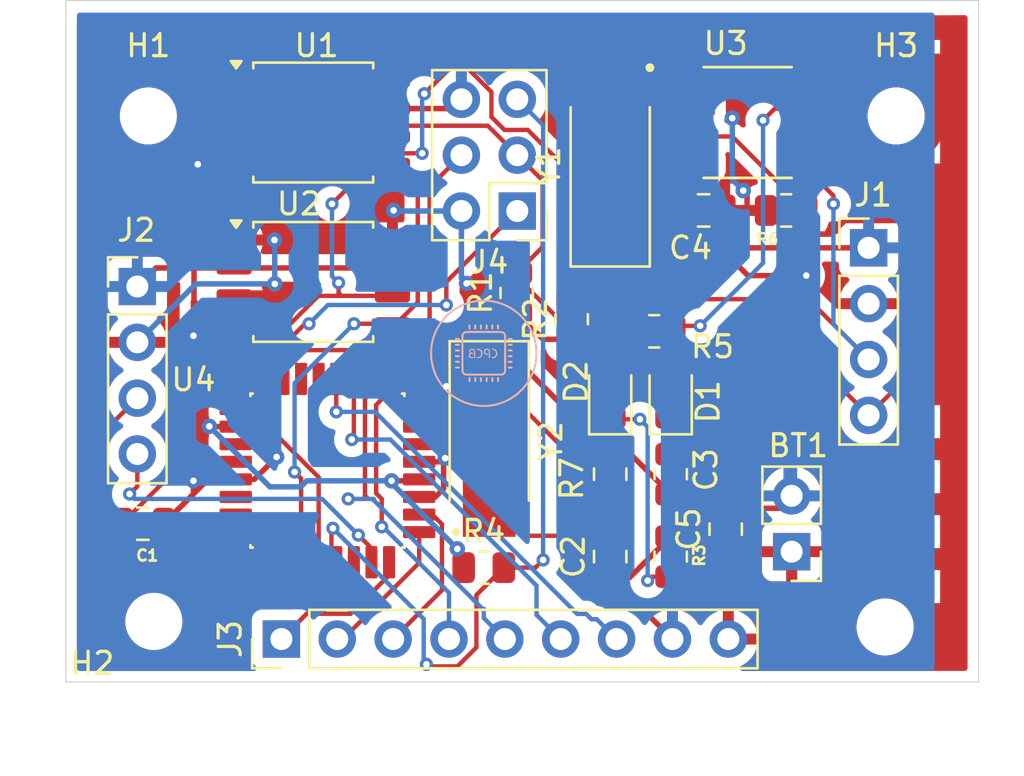
<source format=kicad_pcb>
(kicad_pcb (version 20240108) (generator "pcbnew") (generator_version "8.0")
  (title_block (title "${project_name}") (date "2025-03-13") (rev "1.0") (comment 1 "2 layer"))
  (layers (0 "F.Cu" mixed) (31 "B.Cu" mixed) (34 "B.Paste" user) (35 "F.Paste" user) (36 "B.SilkS" user "B.Silkscreen") (37 "F.SilkS" user "F.Silkscreen") (38 "B.Mask" user) (39 "F.Mask" user) (44 "Edge.Cuts" user))
  (property "project_name" "MCU_datalogger with memory and clock")
  (net 0 "")
  (net 1 "Net-(U4-AREF)")
  (net 2 "GND")
  (net 3 "Net-(U4-PB6)")
  (net 4 "Net-(U4-PB7)")
  (net 5 "/VCC")
  (net 6 "/SCK")
  (net 7 "Net-(D1-K)")
  (net 8 "Net-(D2-K)")
  (net 9 "/SDA")
  (net 10 "/TX")
  (net 11 "/RX")
  (net 12 "/D8")
  (net 13 "/D6")
  (net 14 "/D3")
  (net 15 "/D4")
  (net 16 "/D5")
  (net 17 "/D2")
  (net 18 "/D7")
  (net 19 "/MOSI")
  (net 20 "/MISO")
  (net 21 "/RESET")
  (net 22 "Net-(U3-SQW{slash}~INT)")
  (net 23 "Net-(U3-~{INTA})")
  (net 24 "Net-(U3-X2)")
  (net 25 "Net-(U3-X1)")
  (footprint "Capacitor_SMD:C_0805_2012Metric" (layer "F.Cu") (at 53.5 26.5 180)
    (property "Reference" "C4" (at 0.6 -1.7 0) (layer "F.SilkS"))
    (property "Value" "0.1uF")
    (pad "1" smd roundrect (at -0.95 0 180) (size 1 1.45) (layers "F.Cu" "F.Paste" "F.Mask") (net 5 "/VCC"))
    (pad "2" smd roundrect (at 0.95 0 180) (size 1 1.45) (layers "F.Cu" "F.Paste" "F.Mask") (net 2 "GND"))
  )
  (footprint "Connector_PinHeader_2.54mm:PinHeader_1x09_P2.54mm_Vertical" (layer "F.Cu") (at 34.3 46 90)
    (property "Reference" "J3" (at 0 -2.33 90) (layer "F.SilkS"))
    (property "Value" "Conn_01x09_Pin")
    (pad "1" thru_hole rect (at 0 0 90) (size 1.7 1.7) (drill 1) (layers "*.Cu" "*.Mask") (net 17 "/D2"))
    (pad "2" thru_hole oval (at 0 2.54 90) (size 1.7 1.7) (drill 1) (layers "*.Cu" "*.Mask") (net 14 "/D3"))
    (pad "3" thru_hole oval (at 0 5.08 90) (size 1.7 1.7) (drill 1) (layers "*.Cu" "*.Mask") (net 15 "/D4"))
    (pad "4" thru_hole oval (at 0 7.62 90) (size 1.7 1.7) (drill 1) (layers "*.Cu" "*.Mask") (net 16 "/D5"))
    (pad "5" thru_hole oval (at 0 10.16 90) (size 1.7 1.7) (drill 1) (layers "*.Cu" "*.Mask") (net 13 "/D6"))
    (pad "6" thru_hole oval (at 0 12.7 90) (size 1.7 1.7) (drill 1) (layers "*.Cu" "*.Mask") (net 18 "/D7"))
    (pad "7" thru_hole oval (at 0 15.24 90) (size 1.7 1.7) (drill 1) (layers "*.Cu" "*.Mask") (net 12 "/D8"))
    (pad "8" thru_hole oval (at 0 17.78 90) (size 1.7 1.7) (drill 1) (layers "*.Cu" "*.Mask") (net 2 "GND"))
    (pad "9" thru_hole oval (at 0 20.32 90) (size 1.7 1.7) (drill 1) (layers "*.Cu" "*.Mask") (net 5 "/VCC"))
  )
  (footprint "Resistor_SMD:R_0805_2012Metric" (layer "F.Cu") (at 45 30.25 90)
    (property "Reference" "R1" (at 0 -1.65 90) (layer "F.SilkS"))
    (property "Value" "4.7k")
    (pad "1" smd roundrect (at -0.9125 0 90) (size 1.025 1.4) (layers "F.Cu" "F.Paste" "F.Mask") (roundrect_rratio 0.243902) (net 5 "/VCC"))
    (pad "2" smd roundrect (at 0.9125 0 90) (size 1.025 1.4) (layers "F.Cu" "F.Paste" "F.Mask") (roundrect_rratio 0.243902) (net 6 "/SCK"))
  )
  (footprint "Capacitor_SMD:C_0805_2012Metric" (layer "F.Cu") (at 54.5 41 90)
    (property "Reference" "C5" (at 0 -1.68 90) (layer "F.SilkS"))
    (property "Value" "100nF")
    (pad "1" smd roundrect (at -0.95 0 90) (size 1 1.45) (layers "F.Cu" "F.Paste" "F.Mask") (net 5 "/VCC"))
    (pad "2" smd roundrect (at 0.95 0 90) (size 1 1.45) (layers "F.Cu" "F.Paste" "F.Mask") (net 2 "GND"))
  )
  (footprint "Resistor_SMD:R_0805_2012Metric" (layer "F.Cu") (at 57.25 26.5)
    (property "Reference" "R6" (at -0.85 1.3 0) (layer "F.SilkS") (effects (font (size 0.5 0.5) (thickness 0.1) (bold yes))))
    (property "Value" "10K")
    (pad "1" smd roundrect (at -0.9125 0) (size 1.025 1.4) (layers "F.Cu" "F.Paste" "F.Mask") (roundrect_rratio 0.243902) (net 5 "/VCC"))
    (pad "2" smd roundrect (at 0.9125 0) (size 1.025 1.4) (layers "F.Cu" "F.Paste" "F.Mask") (roundrect_rratio 0.243902) (net 23 "Net-(U3-~{INTA})"))
  )
  (footprint "DS1337S_T_R:SOIC127P600X175-8N" (layer "F.Cu") (at 55.5 22.5)
    (property "Reference" "U3" (at -1 -3.6 0) (layer "F.SilkS"))
    (property "Value" "DS1337S_T_R")
    (pad "1" smd roundrect (at -2.475 -1.905) (size 1.97 0.59) (layers "F.Cu" "F.Paste" "F.Mask") (roundrect_rratio 0.125) (net 25 "Net-(U3-X1)"))
    (pad "2" smd roundrect (at -2.475 -0.635) (size 1.97 0.59) (layers "F.Cu" "F.Paste" "F.Mask") (roundrect_rratio 0.125) (net 24 "Net-(U3-X2)"))
    (pad "3" smd roundrect (at -2.475 0.635) (size 1.97 0.59) (layers "F.Cu" "F.Paste" "F.Mask") (roundrect_rratio 0.125) (net 23 "Net-(U3-~{INTA})"))
    (pad "4" smd roundrect (at -2.475 1.905) (size 1.97 0.59) (layers "F.Cu" "F.Paste" "F.Mask") (roundrect_rratio 0.125) (net 2 "GND"))
    (pad "5" smd roundrect (at 2.475 1.905) (size 1.97 0.59) (layers "F.Cu" "F.Paste" "F.Mask") (roundrect_rratio 0.125) (net 9 "/SDA"))
    (pad "6" smd roundrect (at 2.475 0.635) (size 1.97 0.59) (layers "F.Cu" "F.Paste" "F.Mask") (roundrect_rratio 0.125) (net 6 "/SCK"))
    (pad "7" smd roundrect (at 2.475 -0.635) (size 1.97 0.59) (layers "F.Cu" "F.Paste" "F.Mask") (roundrect_rratio 0.125) (net 22 "Net-(U3-SQW{slash}~INT)"))
    (pad "8" smd roundrect (at 2.475 -1.905) (size 1.97 0.59) (layers "F.Cu" "F.Paste" "F.Mask") (roundrect_rratio 0.125) (net 5 "/VCC"))
  )
  (footprint "LED_SMD:LED_0805_2012Metric" (layer "F.Cu") (at 49.25 35 90)
    (property "Reference" "D2" (at 0.7 -1.55 90) (layer "F.SilkS"))
    (property "Value" "LED")
    (pad "1" smd roundrect (at -0.9375 0 90) (size 0.975 1.4) (layers "F.Cu" "F.Paste" "F.Mask") (net 8 "Net-(D2-K)"))
    (pad "2" smd roundrect (at 0.9375 0 90) (size 0.975 1.4) (layers "F.Cu" "F.Paste" "F.Mask") (net 5 "/VCC"))
  )
  (footprint "Connector_PinHeader_2.54mm:PinHeader_2x03_P2.54mm_Vertical" (layer "F.Cu") (at 45.025 26.525 180)
    (property "Reference" "J4" (at 1.27 -2.33 0) (layer "F.SilkS"))
    (property "Value" "Conn_02x03_Odd_Even")
    (pad "1" thru_hole rect (at 0 0 180) (size 1.7 1.7) (drill 1) (layers "*.Cu" "*.Mask") (net 20 "/MISO"))
    (pad "2" thru_hole oval (at 2.54 0 180) (size 1.7 1.7) (drill 1) (layers "*.Cu" "*.Mask") (net 5 "/VCC"))
    (pad "3" thru_hole oval (at 0 2.54 180) (size 1.7 1.7) (drill 1) (layers "*.Cu" "*.Mask") (net 6 "/SCK"))
    (pad "4" thru_hole oval (at 2.54 2.54 180) (size 1.7 1.7) (drill 1) (layers "*.Cu" "*.Mask") (net 19 "/MOSI"))
    (pad "5" thru_hole oval (at 0 5.08 180) (size 1.7 1.7) (drill 1) (layers "*.Cu" "*.Mask") (net 21 "/RESET"))
    (pad "6" thru_hole oval (at 2.54 5.08 180) (size 1.7 1.7) (drill 1) (layers "*.Cu" "*.Mask") (net 2 "GND"))
  )
  (footprint "MountingHole:MountingHole_2.1mm" (layer "F.Cu") (at 62.25 22.2)
    (property "Reference" "H3" (at 0 -3.2 0) (layer "F.SilkS"))
    (property "Value" "MountingHole")
    (pad "" np_thru_hole circle (at 0 0) (size 2.1 2.1) (drill 2.1) (layers "*.Cu" "*.Mask"))
  )
  (footprint "MountingHole:MountingHole_2.1mm" (layer "F.Cu") (at 28.5 45.2)
    (property "Reference" "H2" (at -2.8 1.9 0) (layer "F.SilkS"))
    (property "Value" "MountingHole")
    (pad "" np_thru_hole circle (at 0 0) (size 2.1 2.1) (drill 2.1) (layers "*.Cu" "*.Mask"))
  )
  (footprint "Package_SO:SOIC-8_5.23x5.23mm_P1.27mm" (layer "F.Cu") (at 35.75 29.75)
    (property "Reference" "U2" (at -0.65 -3.55 0) (layer "F.SilkS"))
    (property "Value" "24LC1025")
    (pad "1" smd roundrect (at -3.6 -1.905) (size 1.6 0.6) (layers "F.Cu" "F.Paste" "F.Mask") (net 5 "/VCC"))
    (pad "2" smd roundrect (at -3.6 -0.635) (size 1.6 0.6) (layers "F.Cu" "F.Paste" "F.Mask") (net 2 "GND"))
    (pad "3" smd roundrect (at -3.6 0.635) (size 1.6 0.6) (layers "F.Cu" "F.Paste" "F.Mask") (net 5 "/VCC"))
    (pad "4" smd roundrect (at -3.6 1.905) (size 1.6 0.6) (layers "F.Cu" "F.Paste" "F.Mask") (net 2 "GND"))
    (pad "5" smd roundrect (at 3.6 1.905) (size 1.6 0.6) (layers "F.Cu" "F.Paste" "F.Mask") (net 9 "/SDA"))
    (pad "6" smd roundrect (at 3.6 0.635) (size 1.6 0.6) (layers "F.Cu" "F.Paste" "F.Mask") (net 6 "/SCK"))
    (pad "7" smd roundrect (at 3.6 -0.635) (size 1.6 0.6) (layers "F.Cu" "F.Paste" "F.Mask") (net 2 "GND"))
    (pad "8" smd roundrect (at 3.6 -1.905) (size 1.6 0.6) (layers "F.Cu" "F.Paste" "F.Mask") (net 5 "/VCC"))
  )
  (footprint "Resistor_SMD:R_0805_2012Metric" (layer "F.Cu") (at 52 38.5 90)
    (property "Reference" "R7" (at -0.2 -4.5 90) (layer "F.SilkS"))
    (property "Value" "330")
    (pad "1" smd roundrect (at -0.9125 0 90) (size 1.025 1.4) (layers "F.Cu" "F.Paste" "F.Mask") (roundrect_rratio 0.243902) (net 2 "GND"))
    (pad "2" smd roundrect (at 0.9125 0 90) (size 1.025 1.4) (layers "F.Cu" "F.Paste" "F.Mask") (roundrect_rratio 0.243902) (net 7 "Net-(D1-K)"))
  )
  (footprint "Resistor_SMD:R_0805_2012Metric" (layer "F.Cu") (at 43.5 42.75)
    (property "Reference" "R4" (at 0 -1.65 0) (layer "F.SilkS"))
    (property "Value" "10K")
    (pad "1" smd roundrect (at -0.9125 0) (size 1.025 1.4) (layers "F.Cu" "F.Paste" "F.Mask") (roundrect_rratio 0.243902) (net 5 "/VCC"))
    (pad "2" smd roundrect (at 0.9125 0) (size 1.025 1.4) (layers "F.Cu" "F.Paste" "F.Mask") (roundrect_rratio 0.243902) (net 21 "/RESET"))
  )
  (footprint "ATMEGA328P-AU:QFP80P900X900X120-32N" (layer "F.Cu") (at 36.395 38.335 180)
    (property "Reference" "U4" (at 6.095 4.135 0) (layer "F.SilkS"))
    (property "Value" "ATMEGA328P-AU")
    (pad "1" smd roundrect (at -4.17 -2.8 180) (size 1.47 0.55) (layers "F.Cu" "F.Paste" "F.Mask") (roundrect_rratio 0.125) (net 14 "/D3"))
    (pad "2" smd roundrect (at -4.17 -2 180) (size 1.47 0.55) (layers "F.Cu" "F.Paste" "F.Mask") (roundrect_rratio 0.125) (net 15 "/D4"))
    (pad "3" smd roundrect (at -4.17 -1.2 180) (size 1.47 0.55) (layers "F.Cu" "F.Paste" "F.Mask") (roundrect_rratio 0.125) (net 2 "GND"))
    (pad "4" smd roundrect (at -4.17 -0.4 180) (size 1.47 0.55) (layers "F.Cu" "F.Paste" "F.Mask") (roundrect_rratio 0.125) (net 5 "/VCC"))
    (pad "5" smd roundrect (at -4.17 0.4 180) (size 1.47 0.55) (layers "F.Cu" "F.Paste" "F.Mask") (roundrect_rratio 0.125) (net 2 "GND"))
    (pad "6" smd roundrect (at -4.17 1.2 180) (size 1.47 0.55) (layers "F.Cu" "F.Paste" "F.Mask") (roundrect_rratio 0.125))
    (pad "7" smd roundrect (at -4.17 2 180) (size 1.47 0.55) (layers "F.Cu" "F.Paste" "F.Mask") (roundrect_rratio 0.125) (net 3 "Net-(U4-PB6)"))
    (pad "8" smd roundrect (at -4.17 2.8 180) (size 1.47 0.55) (layers "F.Cu" "F.Paste" "F.Mask") (roundrect_rratio 0.125) (net 4 "Net-(U4-PB7)"))
    (pad "9" smd roundrect (at -2.8 4.17 180) (size 0.55 1.47) (layers "F.Cu" "F.Paste" "F.Mask") (roundrect_rratio 0.125) (net 16 "/D5"))
    (pad "10" smd roundrect (at -2 4.17 180) (size 0.55 1.47) (layers "F.Cu" "F.Paste" "F.Mask") (roundrect_rratio 0.125) (net 13 "/D6"))
    (pad "11" smd roundrect (at -1.2 4.17 180) (size 0.55 1.47) (layers "F.Cu" "F.Paste" "F.Mask") (roundrect_rratio 0.125) (net 18 "/D7"))
    (pad "12" smd roundrect (at -0.4 4.17 180) (size 0.55 1.47) (layers "F.Cu" "F.Paste" "F.Mask") (roundrect_rratio 0.125) (net 12 "/D8"))
    (pad "13" smd roundrect (at 0.4 4.17 180) (size 0.55 1.47) (layers "F.Cu" "F.Paste" "F.Mask") (roundrect_rratio 0.125))
    (pad "14" smd roundrect (at 1.2 4.17 180) (size 0.55 1.47) (layers "F.Cu" "F.Paste" "F.Mask") (roundrect_rratio 0.125))
    (pad "15" smd roundrect (at 2 4.17 180) (size 0.55 1.47) (layers "F.Cu" "F.Paste" "F.Mask") (roundrect_rratio 0.125) (net 19 "/MOSI"))
    (pad "16" smd roundrect (at 2.8 4.17 180) (size 0.55 1.47) (layers "F.Cu" "F.Paste" "F.Mask") (roundrect_rratio 0.125) (net 20 "/MISO"))
    (pad "17" smd roundrect (at 4.17 2.8 180) (size 1.47 0.55) (layers "F.Cu" "F.Paste" "F.Mask") (roundrect_rratio 0.125) (net 6 "/SCK"))
    (pad "18" smd roundrect (at 4.17 2 180) (size 1.47 0.55) (layers "F.Cu" "F.Paste" "F.Mask") (roundrect_rratio 0.125) (net 5 "/VCC"))
    (pad "19" smd roundrect (at 4.17 1.2 180) (size 1.47 0.55) (layers "F.Cu" "F.Paste" "F.Mask") (roundrect_rratio 0.125))
    (pad "20" smd roundrect (at 4.17 0.4 180) (size 1.47 0.55) (layers "F.Cu" "F.Paste" "F.Mask") (roundrect_rratio 0.125) (net 1 "Net-(U4-AREF)"))
    (pad "21" smd roundrect (at 4.17 -0.4 180) (size 1.47 0.55) (layers "F.Cu" "F.Paste" "F.Mask") (roundrect_rratio 0.125) (net 2 "GND"))
    (pad "22" smd roundrect (at 4.17 -1.2 180) (size 1.47 0.55) (layers "F.Cu" "F.Paste" "F.Mask") (roundrect_rratio 0.125))
    (pad "23" smd roundrect (at 4.17 -2 180) (size 1.47 0.55) (layers "F.Cu" "F.Paste" "F.Mask") (roundrect_rratio 0.125))
    (pad "24" smd roundrect (at 4.17 -2.8 180) (size 1.47 0.55) (layers "F.Cu" "F.Paste" "F.Mask") (roundrect_rratio 0.125))
    (pad "25" smd roundrect (at 2.8 -4.17 180) (size 0.55 1.47) (layers "F.Cu" "F.Paste" "F.Mask") (roundrect_rratio 0.125))
    (pad "26" smd roundrect (at 2 -4.17 180) (size 0.55 1.47) (layers "F.Cu" "F.Paste" "F.Mask") (roundrect_rratio 0.125))
    (pad "27" smd roundrect (at 1.2 -4.17 180) (size 0.55 1.47) (layers "F.Cu" "F.Paste" "F.Mask") (roundrect_rratio 0.125) (net 9 "/SDA"))
    (pad "28" smd roundrect (at 0.4 -4.17 180) (size 0.55 1.47) (layers "F.Cu" "F.Paste" "F.Mask") (roundrect_rratio 0.125) (net 6 "/SCK"))
    (pad "29" smd roundrect (at -0.4 -4.17 180) (size 0.55 1.47) (layers "F.Cu" "F.Paste" "F.Mask") (roundrect_rratio 0.125) (net 21 "/RESET"))
    (pad "30" smd roundrect (at -1.2 -4.17 180) (size 0.55 1.47) (layers "F.Cu" "F.Paste" "F.Mask") (roundrect_rratio 0.125) (net 11 "/RX"))
    (pad "31" smd roundrect (at -2 -4.17 180) (size 0.55 1.47) (layers "F.Cu" "F.Paste" "F.Mask") (roundrect_rratio 0.125) (net 10 "/TX"))
    (pad "32" smd roundrect (at -2.8 -4.17 180) (size 0.55 1.47) (layers "F.Cu" "F.Paste" "F.Mask") (roundrect_rratio 0.125) (net 17 "/D2"))
  )
  (footprint "Connector_PinHeader_2.54mm:PinHeader_1x02_P2.54mm_Vertical" (layer "F.Cu") (at 57.5 42.025 180)
    (property "Reference" "BT1" (at -0.3 4.825 0) (layer "F.SilkS"))
    (property "Value" "Battery")
    (pad "1" thru_hole rect (at 0 0 180) (size 1.7 1.7) (drill 1) (layers "*.Cu" "*.Mask") (net 5 "/VCC"))
    (pad "2" thru_hole oval (at 0 2.54 180) (size 1.7 1.7) (drill 1) (layers "*.Cu" "*.Mask") (net 2 "GND"))
  )
  (footprint "Connector_PinHeader_2.54mm:PinHeader_1x04_P2.54mm_Vertical" (layer "F.Cu") (at 61 28.2)
    (property "Reference" "J1" (at 0.2 -2.4 0) (layer "F.SilkS"))
    (property "Value" "Conn_01x04_Pin")
    (pad "1" thru_hole rect (at 0 0) (size 1.7 1.7) (drill 1) (layers "*.Cu" "*.Mask") (net 2 "GND"))
    (pad "2" thru_hole oval (at 0 2.54) (size 1.7 1.7) (drill 1) (layers "*.Cu" "*.Mask") (net 5 "/VCC"))
    (pad "3" thru_hole oval (at 0 5.08) (size 1.7 1.7) (drill 1) (layers "*.Cu" "*.Mask") (net 9 "/SDA"))
    (pad "4" thru_hole oval (at 0 7.62) (size 1.7 1.7) (drill 1) (layers "*.Cu" "*.Mask") (net 6 "/SCK"))
  )
  (footprint "Crystal:Crystal_SMD_5032-2Pin_5.0x3.2mm_HandSoldering" (layer "F.Cu") (at 49.25 24.5 90)
    (property "Reference" "Y1" (at 0 -2.8 90) (layer "F.SilkS"))
    (property "Value" "32.768 kHz")
    (pad "1" smd rect (at -2.6 0 90) (size 3.5 2.4) (layers "F.Cu" "F.Paste" "F.Mask") (net 24 "Net-(U3-X2)"))
    (pad "2" smd rect (at 2.6 0 90) (size 3.5 2.4) (layers "F.Cu" "F.Paste" "F.Mask") (net 25 "Net-(U3-X1)"))
  )
  (footprint "Capacitor_SMD:C_0805_2012Metric" (layer "F.Cu") (at 49.25 38.5 -90)
    (property "Reference" "C3" (at -0.2 -4.35 90) (layer "F.SilkS"))
    (property "Value" "22pF")
    (pad "1" smd roundrect (at -0.95 0 270) (size 1 1.45) (layers "F.Cu" "F.Paste" "F.Mask") (net 2 "GND"))
    (pad "2" smd roundrect (at 0.95 0 270) (size 1 1.45) (layers "F.Cu" "F.Paste" "F.Mask") (net 4 "Net-(U4-PB7)"))
  )
  (footprint "Resistor_SMD:R_0805_2012Metric" (layer "F.Cu") (at 52 42.25 90)
    (property "Reference" "R3" (at 0.05 1.3 90) (layer "F.SilkS") (effects (font (size 0.5 0.5) (thickness 0.125))))
    (property "Value" "330")
    (pad "1" smd roundrect (at -0.9125 0 90) (size 1.025 1.4) (layers "F.Cu" "F.Paste" "F.Mask") (roundrect_rratio 0.243902) (net 8 "Net-(D2-K)"))
    (pad "2" smd roundrect (at 0.9125 0 90) (size 1.025 1.4) (layers "F.Cu" "F.Paste" "F.Mask") (roundrect_rratio 0.243902) (net 2 "GND"))
  )
  (footprint "Connector_PinHeader_2.54mm:PinHeader_1x04_P2.54mm_Vertical" (layer "F.Cu") (at 27.75 29.96)
    (property "Reference" "J2" (at -0.05 -2.56 0) (layer "F.SilkS"))
    (property "Value" "Conn_01x04_Pin")
    (pad "1" thru_hole rect (at 0 0) (size 1.7 1.7) (drill 1) (layers "*.Cu" "*.Mask") (net 2 "GND"))
    (pad "2" thru_hole oval (at 0 2.54) (size 1.7 1.7) (drill 1) (layers "*.Cu" "*.Mask") (net 5 "/VCC"))
    (pad "3" thru_hole oval (at 0 5.08) (size 1.7 1.7) (drill 1) (layers "*.Cu" "*.Mask") (net 11 "/RX"))
    (pad "4" thru_hole oval (at 0 7.62) (size 1.7 1.7) (drill 1) (layers "*.Cu" "*.Mask") (net 10 "/TX"))
  )
  (footprint "MountingHole:MountingHole_2.1mm" (layer "F.Cu") (at 28.25 22.2)
    (property "Reference" "H1" (at 0 -3.2 0) (layer "F.SilkS"))
    (property "Value" "MountingHole")
    (pad "" np_thru_hole circle (at 0 0) (size 2.1 2.1) (drill 2.1) (layers "*.Cu" "*.Mask"))
  )
  (footprint "Capacitor_SMD:C_0805_2012Metric" (layer "F.Cu") (at 28 40.75 180)
    (property "Reference" "C1" (at -0.2 -1.45 0) (layer "F.SilkS") (effects (font (size 0.5 0.5) (thickness 0.125))))
    (property "Value" "0.1uF")
    (pad "1" smd roundrect (at -0.95 0 180) (size 1 1.45) (layers "F.Cu" "F.Paste" "F.Mask") (net 2 "GND"))
    (pad "2" smd roundrect (at 0.95 0 180) (size 1 1.45) (layers "F.Cu" "F.Paste" "F.Mask") (net 1 "Net-(U4-AREF)"))
  )
  (footprint "LED_SMD:LED_0805_2012Metric" (layer "F.Cu") (at 52 35 90)
    (property "Reference" "D1" (at -0.2 1.7 90) (layer "F.SilkS"))
    (property "Value" "LED")
    (pad "1" smd roundrect (at -0.9375 0 90) (size 0.975 1.4) (layers "F.Cu" "F.Paste" "F.Mask") (net 7 "Net-(D1-K)"))
    (pad "2" smd roundrect (at 0.9375 0 90) (size 0.975 1.4) (layers "F.Cu" "F.Paste" "F.Mask") (net 6 "/SCK"))
  )
  (footprint "Crystal:Crystal_SMD_5032-2Pin_5.0x3.2mm_HandSoldering" (layer "F.Cu") (at 43.75 37 -90)
    (property "Reference" "Y2" (at 0 -2.8 90) (layer "F.SilkS"))
    (property "Value" "16 MHz")
    (pad "1" smd rect (at -2.6 0 270) (size 3.5 2.4) (layers "F.Cu" "F.Paste" "F.Mask") (net 4 "Net-(U4-PB7)"))
    (pad "2" smd rect (at 2.6 0 270) (size 3.5 2.4) (layers "F.Cu" "F.Paste" "F.Mask") (net 3 "Net-(U4-PB6)"))
  )
  (footprint "Resistor_SMD:R_0805_2012Metric" (layer "F.Cu") (at 47.5 31.45 90)
    (property "Reference" "R2" (at 0 -1.65 90) (layer "F.SilkS"))
    (property "Value" "4.7k")
    (pad "1" smd roundrect (at -0.9125 0 90) (size 1.025 1.4) (layers "F.Cu" "F.Paste" "F.Mask") (roundrect_rratio 0.243902) (net 5 "/VCC"))
    (pad "2" smd roundrect (at 0.9125 0 90) (size 1.025 1.4) (layers "F.Cu" "F.Paste" "F.Mask") (roundrect_rratio 0.243902) (net 9 "/SDA"))
  )
  (footprint "MountingHole:MountingHole_2.1mm" (layer "F.Cu") (at 61.75 45.45)
    (property "Reference" "H4" (hide yes))
    (property "Value" "MountingHole")
    (pad "" np_thru_hole circle (at 0 0) (size 2.1 2.1) (drill 2.1) (layers "*.Cu" "*.Mask"))
  )
  (footprint "Capacitor_SMD:C_0805_2012Metric" (layer "F.Cu") (at 49.25 42.25 90)
    (property "Reference" "C2" (at 0 -1.68 90) (layer "F.SilkS"))
    (property "Value" "22pF")
    (pad "1" smd roundrect (at -0.95 0 90) (size 1 1.45) (layers "F.Cu" "F.Paste" "F.Mask") (net 2 "GND"))
    (pad "2" smd roundrect (at 0.95 0 90) (size 1 1.45) (layers "F.Cu" "F.Paste" "F.Mask") (net 3 "Net-(U4-PB6)"))
  )
  (footprint "Package_SO:SOIC-8_5.23x5.23mm_P1.27mm" (layer "F.Cu") (at 35.75 22.5)
    (property "Reference" "U1" (at 0.15 -3.5 0) (layer "F.SilkS"))
    (property "Value" "24LC1025")
    (pad "1" smd roundrect (at -3.6 -1.905) (size 1.6 0.6) (layers "F.Cu" "F.Paste" "F.Mask") (net 5 "/VCC"))
    (pad "2" smd roundrect (at -3.6 -0.635) (size 1.6 0.6) (layers "F.Cu" "F.Paste" "F.Mask") (net 5 "/VCC"))
    (pad "3" smd roundrect (at -3.6 0.635) (size 1.6 0.6) (layers "F.Cu" "F.Paste" "F.Mask") (net 5 "/VCC"))
    (pad "4" smd roundrect (at -3.6 1.905) (size 1.6 0.6) (layers "F.Cu" "F.Paste" "F.Mask") (net 2 "GND"))
    (pad "5" smd roundrect (at 3.6 1.905) (size 1.6 0.6) (layers "F.Cu" "F.Paste" "F.Mask") (net 9 "/SDA"))
    (pad "6" smd roundrect (at 3.6 0.635) (size 1.6 0.6) (layers "F.Cu" "F.Paste" "F.Mask") (net 6 "/SCK"))
    (pad "7" smd roundrect (at 3.6 -0.635) (size 1.6 0.6) (layers "F.Cu" "F.Paste" "F.Mask") (net 2 "GND"))
    (pad "8" smd roundrect (at 3.6 -1.905) (size 1.6 0.6) (layers "F.Cu" "F.Paste" "F.Mask") (net 5 "/VCC"))
  )
  (footprint "Resistor_SMD:R_0805_2012Metric" (layer "F.Cu") (at 51.25 32)
    (property "Reference" "R5" (at 2.65 0.7 0) (layer "F.SilkS"))
    (property "Value" "10K")
    (pad "1" smd roundrect (at -0.9125 0) (size 1.025 1.4) (layers "F.Cu" "F.Paste" "F.Mask") (roundrect_rratio 0.243902) (net 5 "/VCC"))
    (pad "2" smd roundrect (at 0.9125 0) (size 1.025 1.4) (layers "F.Cu" "F.Paste" "F.Mask") (roundrect_rratio 0.243902) (net 22 "Net-(U3-SQW{slash}~INT)"))
  )
  (footprint "logo:cpcb_logo" (layer "B.Cu") (at 43.5 33 180)
    (property "Reference" "G***" (hide yes))
    (property "Value" "LOGO" (hide yes))
  )
  (gr_rect (start 24.5 16.95) (end 66 47.95) (stroke (width 0.05)) (fill none) (layer "Edge.Cuts"))
  (segment (start 29.865 37.935) (end 27.05 40.75) (width 0.2) (layer "F.Cu") (net 1))
  (segment (start 32.225 37.935) (end 29.865 37.935) (width 0.2) (layer "F.Cu") (net 1))
  (segment (start 58.166 29.464) (end 55.514 29.464) (width 0.25) (layer "F.Cu") (net 2))
  (segment (start 28.95 40.75) (end 30.3 39.4) (width 0.25) (layer "F.Cu") (net 2))
  (segment (start 30.5 24.4) (end 30.3276 24.5724) (width 0.25) (layer "F.Cu") (net 2))
  (segment (start 52.08 46) (end 49.28 43.2) (width 0.25) (layer "F.Cu") (net 2))
  (segment (start 49.25 37.55) (end 45.466 33.766) (width 0.25) (layer "F.Cu") (net 2))
  (segment (start 41.675 39.16) (end 41.3 39.535) (width 0.25) (layer "F.Cu") (net 2))
  (segment (start 41.675 37.840887) (end 41.675 39.16) (width 0.25) (layer "F.Cu") (net 2))
  (segment (start 52.55 24.88) (end 53.025 24.405) (width 0.25) (layer "F.Cu") (net 2))
  (segment (start 50.1375 37.55) (end 52 39.4125) (width 0.25) (layer "F.Cu") (net 2))
  (segment (start 61 28.2) (end 61 28.878935) (width 0.25) (layer "F.Cu") (net 2))
  (segment (start 42.065 21.865) (end 42.485 21.445) (width 0.25) (layer "F.Cu") (net 2))
  (segment (start 54.25 28.2) (end 61 28.2) (width 0.25) (layer "F.Cu") (net 2))
  (segment (start 30.3276 24.5724) (end 30.3276 29.115) (width 0.25) (layer "F.Cu") (net 2))
  (segment (start 45.405394 32.275) (end 42.368 32.275) (width 0.25) (layer "F.Cu") (net 2))
  (segment (start 39.35 21.865) (end 34.966618 21.865) (width 0.25) (layer "F.Cu") (net 2))
  (segment (start 41.3 39.535) (end 40.565 39.535) (width 0.25) (layer "F.Cu") (net 2))
  (segment (start 41.745468 37.770419) (end 41.675 37.840887) (width 0.25) (layer "F.Cu") (net 2))
  (segment (start 53.8625 39.4125) (end 54.5 40.05) (width 0.25) (layer "F.Cu") (net 2))
  (segment (start 56.935 40.05) (end 57.5 39.485) (width 0.25) (layer "F.Cu") (net 2))
  (segment (start 30.965 38.735) (end 32.225 38.735) (width 0.25) (layer "F.Cu") (net 2))
  (segment (start 30.3 39.4) (end 30.3 38.8) (width 0.25) (layer "F.Cu") (net 2))
  (segment (start 54.5 40.05) (end 56.935 40.05) (width 0.25) (layer "F.Cu") (net 2))
  (segment (start 32.15 31.655) (end 31.350001 31.655) (width 0.25) (layer "F.Cu") (net 2))
  (segment (start 28.595 29.115) (end 30.3276 29.115) (width 0.25) (layer "F.Cu") (net 2))
  (segment (start 42.368 32.275) (end 41.8 32.843) (width 0.25) (layer "F.Cu") (net 2))
  (segment (start 49.28 43.2) (end 49.25 43.2) (width 0.25) (layer "F.Cu") (net 2))
  (segment (start 39.35 21.865) (end 42.065 21.865) (width 0.25) (layer "F.Cu") (net 2))
  (segment (start 49.25 43.2) (end 50.1375 43.2) (width 0.25) (layer "F.Cu") (net 2))
  (segment (start 39.35 29.115) (end 32.15 29.115) (width 0.25) (layer "F.Cu") (net 2))
  (segment (start 52.55 26.5) (end 54.25 28.2) (width 0.25) (layer "F.Cu") (net 2))
  (segment (start 52 39.4125) (end 52 41.3375) (width 0.25) (layer "F.Cu") (net 2))
  (segment (start 31.350001 31.655) (end 30.3276 30.632599) (width 0.25) (layer "F.Cu") (net 2))
  (segment (start 52.55 26.5) (end 52.55 24.88) (width 0.25) (layer "F.Cu") (net 2))
  (segment (start 41.580887 37.935) (end 40.565 37.935) (width 0.25) (layer "F.Cu") (net 2))
  (segment (start 34.966618 21.865) (end 32.426618 24.405) (width 0.25) (layer "F.Cu") (net 2))
  (segment (start 32.426618 24.405) (end 32.15 24.405) (width 0.25) (layer "F.Cu") (net 2))
  (segment (start 32.15 24.405) (end 30.505 24.405) (width 0.25) (layer "F.Cu") (net 2))
  (segment (start 30.3276 29.115) (end 32.15 29.115) (width 0.25) (layer "F.Cu") (net 2))
  (segment (start 50.1375 43.2) (end 52 41.3375) (width 0.25) (layer "F.Cu") (net 2))
  (segment (start 41.745468 37.770419) (end 41.580887 37.935) (width 0.25) (layer "F.Cu") (net 2))
  (segment (start 27.75 29.96) (end 28.595 29.115) (width 0.25) (layer "F.Cu") (net 2))
  (segment (start 55.514 29.464) (end 52.55 26.5) (width 0.25) (layer "F.Cu") (net 2))
  (segment (start 30.3 32.2) (end 30.3 30.660199) (width 0.25) (layer "F.Cu") (net 2))
  (segment (start 30.3 30.660199) (end 30.3276 30.632599) (width 0.25) (layer "F.Cu") (net 2))
  (segment (start 30.3276 30.632599) (end 30.3276 29.115) (width 0.25) (layer "F.Cu") (net 2))
  (segment (start 28.95 40.75) (end 30.965 38.735) (width 0.25) (layer "F.Cu") (net 2))
  (segment (start 49.25 37.55) (end 50.1375 37.55) (width 0.25) (layer "F.Cu") (net 2))
  (segment (start 30.505 24.405) (end 30.5 24.4) (width 0.25) (layer "F.Cu") (net 2))
  (segment (start 32.225 38.735) (end 33.065 38.735) (width 0.25) (layer "F.Cu") (net 2))
  (segment (start 45.466 33.766) (end 45.466 32.335606) (width 0.25) (layer "F.Cu") (net 2))
  (segment (start 34.083328 37.716672) (end 33.065 38.735) (width 0.25) (layer "F.Cu") (net 2))
  (segment (start 52 39.4125) (end 53.8625 39.4125) (width 0.25) (layer "F.Cu") (net 2))
  (segment (start 45.466 32.335606) (end 45.405394 32.275) (width 0.25) (layer "F.Cu") (net 2))
  (segment (start 41.8 32.843) (end 41.8 34.5) (width 0.25) (layer "F.Cu") (net 2))
  (via (at 30.3 38.8) (size 0.7) (drill 0.3) (layers "F.Cu" "B.Cu") (net 2))
  (via (at 34.083328 37.716672) (size 0.7) (drill 0.3) (layers "F.Cu" "B.Cu") (net 2))
  (via (at 30.3 32.2) (size 0.7) (drill 0.3) (layers "F.Cu" "B.Cu") (net 2))
  (via (at 58.166 29.464) (size 0.7) (drill 0.3) (layers "F.Cu" "B.Cu") (net 2))
  (via (at 41.8 34.5) (size 0.7) (drill 0.3) (layers "F.Cu" "B.Cu") (net 2))
  (via (at 41.745468 37.770419) (size 0.7) (drill 0.3) (layers "F.Cu" "B.Cu") (net 2))
  (via (at 30.5 24.4) (size 0.7) (drill 0.3) (layers "F.Cu" "B.Cu") (net 2))
  (segment (start 30.5 24.4) (end 30.516 24.384) (width 0.25) (layer "B.Cu") (net 2))
  (segment (start 57.25 32.104) (end 57.25 39.235) (width 0.25) (layer "B.Cu") (net 2))
  (segment (start 57.25 39.235) (end 57.5 39.485) (width 0.25) (layer "B.Cu") (net 2))
  (segment (start 58.166 31.188) (end 57.25 32.104) (width 0.25) (layer "B.Cu") (net 2))
  (segment (start 41.745468 37.770419) (end 41.8 37.715887) (width 0.25) (layer "B.Cu") (net 2))
  (segment (start 58.166 29.464) (end 58.166 31.188) (width 0.25) (layer "B.Cu") (net 2))
  (segment (start 30.3 38.8) (end 30.3 32.2) (width 0.25) (layer "B.Cu") (net 2))
  (segment (start 41.8 37.715887) (end 41.8 34.5) (width 0.25) (layer "B.Cu") (net 2))
  (segment (start 49.25 41.3) (end 45.45 41.3) (width 0.2) (layer "F.Cu") (net 3))
  (segment (start 43.75 39.6) (end 43.75 38.785) (width 0.2) (layer "F.Cu") (net 3))
  (segment (start 45.45 41.3) (end 43.75 39.6) (width 0.2) (layer "F.Cu") (net 3))
  (segment (start 41.3 36.335) (end 40.565 36.335) (width 0.2) (layer "F.Cu") (net 3))
  (segment (start 43.75 38.785) (end 41.3 36.335) (width 0.2) (layer "F.Cu") (net 3))
  (segment (start 42.88995 34.4) (end 41.75495 35.535) (width 0.2) (layer "F.Cu") (net 4))
  (segment (start 43.75 34.4) (end 42.88995 34.4) (width 0.2) (layer "F.Cu") (net 4))
  (segment (start 41.75495 35.535) (end 40.565 35.535) (width 0.2) (layer "F.Cu") (net 4))
  (segment (start 49.25 39.45) (end 44.2 34.4) (width 0.2) (layer "F.Cu") (net 4))
  (segment (start 44.2 34.4) (end 43.75 34.4) (width 0.2) (layer "F.Cu") (net 4))
  (segment (start 57.425 41.95) (end 57.5 42.025) (width 0.25) (layer "F.Cu") (net 5))
  (segment (start 40.5 38.8) (end 40.565 38.735) (width 0.25) (layer "F.Cu") (net 5))
  (segment (start 56.3375 26.5) (end 57.4125 27.575) (width 0.25) (layer "F.Cu") (net 5))
  (segment (start 54.62 42.07) (end 54.5 41.95) (width 0.25) (layer "F.Cu") (net 5))
  (segment (start 39.35 26.55) (end 39.4 26.5) (width 0.25) (layer "F.Cu") (net 5))
  (segment (start 57.975 20.595) (end 56.367 20.595) (width 0.25) (layer "F.Cu") (net 5))
  (segment (start 32.15 23.135) (end 32.15 21.865) (width 0.25) (layer "F.Cu") (net 5))
  (segment (start 50.3375 32.975) (end 50.3375 32) (width 0.25) (layer "F.Cu") (net 5))
  (segment (start 32.15 20.595) (end 39.35 20.595) (width 0.25) (layer "F.Cu") (net 5))
  (segment (start 49.25 34.0625) (end 50.3375 32.975) (width 0.25) (layer "F.Cu") (net 5))
  (segment (start 33.9852 27.845) (end 32.15 27.845) (width 0.25) (layer "F.Cu") (net 5))
  (segment (start 57.4125 27.575) (end 59.293 27.575) (width 0.25) (layer "F.Cu") (net 5))
  (segment (start 45 31.1625) (end 44.0625 31.1625) (width 0.25) (layer "F.Cu") (net 5))
  (segment (start 62.738 30.734) (end 62.484 30.734) (width 0.25) (layer "F.Cu") (net 5))
  (segment (start 33.455 30.385) (end 34 29.84) (width 0.25) (layer "F.Cu") (net 5))
  (segment (start 40.663 38.585) (end 41.165913 38.585) (width 0.25) (layer "F.Cu") (net 5))
  (segment (start 54.62 46) (end 54.62 42.07) (width 0.25) (layer "F.Cu") (net 5))
  (segment (start 55.3 25.6) (end 55.4736 25.7736) (width 0.25) (layer "F.Cu") (net 5))
  (segment (start 32.225 36.335) (end 30.747 36.335) (width 0.25) (layer "F.Cu") (net 5))
  (segment (start 39.35 27.845) (end 39.35 26.55) (width 0.25) (layer "F.Cu") (net 5))
  (segment (start 44.0625 31.1625) (end 42.719975 29.819975) (width 0.25) (layer "F.Cu") (net 5))
  (segment (start 56.367 20.595) (end 54.8 22.162) (width 0.25) (layer "F.Cu") (net 5))
  (segment (start 62.484 30.734) (end 62.478 30.74) (width 0.25) (layer "F.Cu") (net 5))
  (segment (start 30.734 36.322) (end 31.025 36.322) (width 0.25) (layer "F.Cu") (net 5))
  (segment (start 56.3375 26.5) (end 55.4736 26.5) (width 0.25) (layer "F.Cu") (net 5))
  (segment (start 40.565 38.683) (end 40.663 38.585) (width 0.25) (layer "F.Cu") (net 5))
  (segment (start 59.293 27.575) (end 59.911 26.957) (width 0.25) (layer "F.Cu") (net 5))
  (segment (start 46.2 32.3625) (end 45 31.1625) (width 0.25) (layer "F.Cu") (net 5))
  (segment (start 55.4736 26.5) (end 54.45 26.5) (width 0.25) (layer "F.Cu") (net 5))
  (segment (start 54.5 41.95) (end 57.425 41.95) (width 0.25) (layer "F.Cu") (net 5))
  (segment (start 55.4736 25.7736) (end 55.4736 26.5) (width 0.25) (layer "F.Cu") (net 5))
  (segment (start 42.5875 42.75) (end 42.5875 42.182937) (width 0.25) (layer "F.Cu") (net 5))
  (segment (start 30.747 36.335) (end 30.734 36.322) (width 0.25) (layer "F.Cu") (net 5))
  (segment (start 39.308 38.8) (end 40.5 38.8) (width 0.25) (layer "F.Cu") (net 5))
  (segment (start 49.2 34.0625) (end 47.5 32.3625) (width 0.25) (layer "F.Cu") (net 5))
  (segment (start 62.478 30.74) (end 61 30.74) (width 0.25) (layer "F.Cu") (net 5))
  (segment (start 27.75 32.5) (end 27.75 32.595) (width 0.25) (layer "F.Cu") (net 5))
  (segment (start 54.8 22.162) (end 54.8 22.3) (width 0.25) (layer "F.Cu") (net 5))
  (segment (start 59.911 26.957) (end 62.517 26.957) (width 0.25) (layer "F.Cu") (net 5))
  (segment (start 39.35 27.845) (end 33.9852 27.845) (width 0.25) (layer "F.Cu") (net 5))
  (segment (start 40.565 38.735) (end 40.565 38.683) (width 0.25) (layer "F.Cu") (net 5))
  (segment (start 62.738 27.178) (end 62.738 30.734) (width 0.25) (layer "F.Cu") (net 5))
  (segment (start 42.5875 42.182937) (end 42.3 41.895437) (width 0.25) (layer "F.Cu") (net 5))
  (segment (start 61 30.74) (end 61 31.4) (width 0.25) (layer "F.Cu") (net 5))
  (segment (start 62.517 26.957) (end 62.738 27.178) (width 0.25) (layer "F.Cu") (net 5))
  (segment (start 47.5 32.3625) (end 46.2 32.3625) (width 0.25) (layer "F.Cu") (net 5))
  (segment (start 42.5875 42.75) (end 42.5875 42.67745) (width 0.25) (layer "F.Cu") (net 5))
  (segment (start 49.25 34.0625) (end 49.2 34.0625) (width 0.25) (layer "F.Cu") (net 5))
  (segment (start 42.5875 42.67745) (end 42.299999 42.389949) (width 0.25) (layer "F.Cu") (net 5))
  (segment (start 32.15 30.385) (end 33.455 30.385) (width 0.25) (layer "F.Cu") (net 5))
  (segment (start 32.15 20.595) (end 32.15 21.865) (width 0.25) (layer "F.Cu") (net 5))
  (via (at 55.3 25.6) (size 0.7) (drill 0.3) (layers "F.Cu" "B.Cu") (net 5))
  (via (at 34 29.84) (size 0.7) (drill 0.3) (layers "F.Cu" "B.Cu") (net 5))
  (via (at 54.8 22.3) (size 0.7) (drill 0.3) (layers "F.Cu" "B.Cu") (net 5))
  (via (at 42.3 41.895437) (size 0.7) (drill 0.3) (layers "F.Cu" "B.Cu") (net 5))
  (via (at 31.025 36.322) (size 0.7) (drill 0.3) (layers "F.Cu" "B.Cu") (net 5))
  (via (at 42.719975 29.819975) (size 0.7) (drill 0.3) (layers "F.Cu" "B.Cu") (net 5))
  (via (at 33.9852 27.845) (size 0.7) (drill 0.3) (layers "F.Cu" "B.Cu") (net 5))
  (via (at 39.4 26.5) (size 0.7) (drill 0.3) (layers "F.Cu" "B.Cu") (net 5))
  (via (at 39.308 38.8) (size 0.7) (drill 0.3) (layers "F.Cu" "B.Cu") (net 5))
  (segment (start 42.485 29.585) (end 42.485 26.525) (width 0.25) (layer "B.Cu") (net 5))
  (segment (start 42.3 41.895437) (end 39.308 38.903437) (width 0.25) (layer "B.Cu") (net 5))
  (segment (start 39.4 26.5) (end 39.425 26.525) (width 0.25) (layer "B.Cu") (net 5))
  (segment (start 35.454595 38.8) (end 35.179595 39.075) (width 0.25) (layer "B.Cu") (net 5))
  (segment (start 54.8 22.3) (end 54.8 25.1) (width 0.25) (layer "B.Cu") (net 5))
  (segment (start 42.719975 29.819975) (end 42.485 29.585) (width 0.25) (layer "B.Cu") (net 5))
  (segment (start 33.778 39.075) (end 31.025 36.322) (width 0.25) (layer "B.Cu") (net 5))
  (segment (start 39.308 38.8) (end 35.454595 38.8) (width 0.25) (layer "B.Cu") (net 5))
  (segment (start 39.308 38.903437) (end 39.308 38.8) (width 0.25) (layer "B.Cu") (net 5))
  (segment (start 35.179595 39.075) (end 33.778 39.075) (width 0.25) (layer "B.Cu") (net 5))
  (segment (start 54.8 25.1) (end 55.3 25.6) (width 0.25) (layer "B.Cu") (net 5))
  (segment (start 39.425 26.525) (end 42.485 26.525) (width 0.25) (layer "B.Cu") (net 5))
  (segment (start 30.41 29.84) (end 34 29.84) (width 0.25) (layer "B.Cu") (net 5))
  (segment (start 34 27.8598) (end 33.9852 27.845) (width 0.25) (layer "B.Cu") (net 5))
  (segment (start 34 29.84) (end 34 27.8598) (width 0.25) (layer "B.Cu") (net 5))
  (segment (start 27.75 32.5) (end 30.41 29.84) (width 0.25) (layer "B.Cu") (net 5))
  (segment (start 39.35 23.135) (end 38.550001 23.135) (width 0.2) (layer "F.Cu") (net 6))
  (segment (start 38.25 23.435001) (end 38.25 24.9875) (width 0.2) (layer "F.Cu") (net 6))
  (segment (start 57.975 23.135) (end 59.711 23.135) (width 0.2) (layer "F.Cu") (net 6))
  (segment (start 45 29.534744) (end 46.815256 31.35) (width 0.2) (layer "F.Cu") (net 6))
  (segment (start 37.8125 24.9875) (end 36.6 26.2) (width 0.2) (layer "F.Cu") (net 6))
  (segment (start 36.9 30.2518) (end 37.0332 30.385) (width 0.2) (layer "F.Cu") (net 6))
  (segment (start 35.995 38.638394) (end 32.891606 35.535) (width 0.2) (layer "F.Cu") (net 6))
  (segment (start 43.685 22.645) (end 45.025 23.985) (width 0.2) (layer "F.Cu") (net 6))
  (segment (start 46.815256 31.35) (end 49.419544 31.35) (width 0.2) (layer "F.Cu") (net 6))
  (segment (start 35.979104 30.385) (end 37.0332 30.385) (width 0.2) (layer "F.Cu") (net 6))
  (segment (start 37.0332 30.385) (end 39.35 30.385) (width 0.2) (layer "F.Cu") (net 6))
  (segment (start 63.246 26.67) (end 63.246 33.574) (width 0.2) (layer "F.Cu") (net 6))
  (segment (start 32.891606 35.535) (end 32.225 35.535) (width 0.2) (layer "F.Cu") (net 6))
  (segment (start 39.35 23.135) (end 39.84 22.645) (width 0.2) (layer "F.Cu") (net 6))
  (segment (start 36.9 29.79) (end 36.9 30.2518) (width 0.2) (layer "F.Cu") (net 6))
  (segment (start 52 34.0625) (end 59.2425 34.0625) (width 0.2) (layer "F.Cu") (net 6))
  (segment (start 59.2425 34.0625) (end 61 35.82) (width 0.2) (layer "F.Cu") (net 6))
  (segment (start 46.175 25.135) (end 45.025 23.985) (width 0.2) (layer "F.Cu") (net 6))
  (segment (start 45 29.3375) (end 45 29.534744) (width 0.2) (layer "F.Cu") (net 6))
  (segment (start 45 29.3375) (end 46.175 28.1625) (width 0.2) (layer "F.Cu") (net 6))
  (segment (start 51.308 31.402544) (end 51.308 33.3705) (width 0.2) (layer "F.Cu") (net 6))
  (segment (start 49.819544 30.95) (end 50.855456 30.95) (width 0.2) (layer "F.Cu") (net 6))
  (segment (start 63.246 33.574) (end 61 35.82) (width 0.2) (layer "F.Cu") (net 6))
  (segment (start 38.25 24.9875) (end 37.8125 24.9875) (width 0.2) (layer "F.Cu") (net 6))
  (segment (start 50.855456 30.95) (end 51.308 31.402544) (width 0.2) (layer "F.Cu") (net 6))
  (segment (start 38.550001 23.135) (end 38.25 23.435001) (width 0.2) (layer "F.Cu") (net 6))
  (segment (start 32.225 34.139104) (end 35.979104 30.385) (width 0.2) (layer "F.Cu") (net 6))
  (segment (start 51.308 33.3705) (end 52 34.0625) (width 0.2) (layer "F.Cu") (net 6))
  (segment (start 35.995 42.505) (end 35.995 38.638394) (width 0.2) (layer "F.Cu") (net 6))
  (segment (start 32.225 35.535) (end 32.225 34.139104) (width 0.2) (layer "F.Cu") (net 6))
  (segment (start 39.84 22.645) (end 43.685 22.645) (width 0.2) (layer "F.Cu") (net 6))
  (segment (start 59.711 23.135) (end 63.246 26.67) (width 0.2) (layer "F.Cu") (net 6))
  (segment (start 46.175 28.1625) (end 46.175 25.135) (width 0.2) (layer "F.Cu") (net 6))
  (segment (start 49.419544 31.35) (end 49.819544 30.95) (width 0.2) (layer "F.Cu") (net 6))
  (via (at 36.9 29.79) (size 0.6) (drill 0.3) (layers "F.Cu" "B.Cu") (net 6))
  (via (at 36.6 26.2) (size 0.6) (drill 0.3) (layers "F.Cu" "B.Cu") (net 6))
  (segment (start 36.6 26.2) (end 36.6 29.49) (width 0.2) (layer "B.Cu") (net 6))
  (segment (start 36.6 29.49) (end 36.9 29.79) (width 0.2) (layer "B.Cu") (net 6))
  (segment (start 52 37.5875) (end 52 35.9375) (width 0.2) (layer "F.Cu") (net 7))
  (segment (start 49.3125 36) (end 49.25 35.9375) (width 0.2) (layer "F.Cu") (net 8))
  (segment (start 52 43.1625) (end 51.129596 43.1625) (width 0.2) (layer "F.Cu") (net 8))
  (segment (start 51.129596 43.1625) (end 50.952298 43.339798) (width 0.2) (layer "F.Cu") (net 8))
  (segment (start 50.6 36) (end 49.3125 36) (width 0.2) (layer "F.Cu") (net 8))
  (via (at 50.6 36) (size 0.6) (drill 0.3) (layers "F.Cu" "B.Cu") (net 8))
  (via (at 50.952298 43.339798) (size 0.6) (drill 0.3) (layers "F.Cu" "B.Cu") (net 8))
  (segment (start 50.952298 36.352298) (end 50.6 36) (width 0.2) (layer "B.Cu") (net 8))
  (segment (start 50.952298 43.339798) (end 50.952298 36.352298) (width 0.2) (layer "B.Cu") (net 8))
  (segment (start 39.520552 31.655) (end 39.35 31.655) (width 0.2) (layer "F.Cu") (net 9))
  (segment (start 47.5 30.5375) (end 58.2575 30.5375) (width 0.2) (layer "F.Cu") (net 9))
  (segment (start 39.35 24.405) (end 40.5 25.555) (width 0.2) (layer "F.Cu") (net 9))
  (segment (start 59.8 32.08) (end 61 33.28) (width 0.2) (layer "F.Cu") (net 9))
  (segment (start 35.195 38.695) (end 34.9 38.4) (width 0.2) (layer "F.Cu") (net 9))
  (segment (start 42.204363 19.785637) (end 40.8 21.19) (width 0.2) (layer "F.Cu") (net 9))
  (segment (start 44.440686 22.835) (end 43.850686 22.245) (width 0.2) (layer "F.Cu") (net 9))
  (segment (start 43.850686 22.245) (end 43.850686 21.113629) (width 0.2) (layer "F.Cu") (net 9))
  (segment (start 40.5 30.675552) (end 39.520552 31.655) (width 0.2) (layer "F.Cu") (net 9))
  (segment (start 40.7 23.9) (end 39.855 23.9) (width 0.2) (layer "F.Cu") (net 9))
  (segment (start 45.501346 22.835) (end 44.440686 22.835) (width 0.2) (layer "F.Cu") (net 9))
  (segment (start 58.2575 30.5375) (end 61 33.28) (width 0.2) (layer "F.Cu") (net 9))
  (segment (start 47.5 30.5375) (end 47.5 24.833654) (width 0.2) (layer "F.Cu") (net 9))
  (segment (start 43.850686 21.113629) (end 42.522694 19.785637) (width 0.2) (layer "F.Cu") (net 9))
  (segment (start 42.522694 19.785637) (end 42.204363 19.785637) (width 0.2) (layer "F.Cu") (net 9))
  (segment (start 37.6 31.655) (end 39.35 31.655) (width 0.2) (layer "F.Cu") (net 9))
  (segment (start 40.5 25.555) (end 40.5 30.675552) (width 0.2) (layer "F.Cu") (net 9))
  (segment (start 47.5 24.833654) (end 45.501346 22.835) (width 0.2) (layer "F.Cu") (net 9))
  (segment (start 57.975 24.405) (end 59.4 25.83) (width 0.2) (layer "F.Cu") (net 9))
  (segment (start 35.195 42.505) (end 35.195 38.695) (width 0.2) (layer "F.Cu") (net 9))
  (segment (start 39.855 23.9) (end 39.35 24.405) (width 0.2) (layer "F.Cu") (net 9))
  (segment (start 59.4 25.83) (end 59.4 26.2) (width 0.2) (layer "F.Cu") (net 9))
  (via (at 34.9 38.4) (size 0.6) (drill 0.3) (layers "F.Cu" "B.Cu") (net 9))
  (via (at 40.7 23.9) (size 0.6) (drill 0.3) (layers "F.Cu" "B.Cu") (net 9))
  (via (at 37.6 31.655) (size 0.6) (drill 0.3) (layers "F.Cu" "B.Cu") (net 9))
  (via (at 40.8 21.19) (size 0.6) (drill 0.3) (layers "F.Cu" "B.Cu") (net 9))
  (via (at 59.4 26.2) (size 0.6) (drill 0.3) (layers "F.Cu" "B.Cu") (net 9))
  (segment (start 59.4 31.68) (end 61 33.28) (width 0.2) (layer "B.Cu") (net 9))
  (segment (start 34.9 38.4) (end 34.9 34.355) (width 0.2) (layer "B.Cu") (net 9))
  (segment (start 40.8 21.19) (end 40.7 21.29) (width 0.2) (layer "B.Cu") (net 9))
  (segment (start 34.9 34.355) (end 37.6 31.655) (width 0.2) (layer "B.Cu") (net 9))
  (segment (start 40.7 21.29) (end 40.7 23.9) (width 0.2) (layer "B.Cu") (net 9))
  (segment (start 59.4 26.2) (end 59.4 31.68) (width 0.2) (layer "B.Cu") (net 9))
  (segment (start 27.75 39.05) (end 27.4 39.4) (width 0.2) (layer "F.Cu") (net 10))
  (segment (start 27.75 37.58) (end 27.75 39.05) (width 0.2) (layer "F.Cu") (net 10))
  (segment (start 37.8 41.27) (end 38.395 41.865) (width 0.2) (layer "F.Cu") (net 10))
  (segment (start 38.395 41.865) (end 38.395 42.505) (width 0.2) (layer "F.Cu") (net 10))
  (via (at 37.8 41.27) (size 0.6) (drill 0.3) (layers "F.Cu" "B.Cu") (net 10))
  (via (at 27.4 39.4) (size 0.6) (drill 0.3) (layers "F.Cu" "B.Cu") (net 10))
  (segment (start 36.154 39.624) (end 37.8 41.27) (width 0.2) (layer "B.Cu") (net 10))
  (segment (start 27.4 39.4) (end 27.624 39.624) (width 0.2) (layer "B.Cu") (net 10))
  (segment (start 27.624 39.624) (end 36.154 39.624) (width 0.2) (layer "B.Cu") (net 10))
  (segment (start 37.595 42.505) (end 37.595 43.24) (width 0.2) (layer "F.Cu") (net 11))
  (segment (start 26.162 41.371744) (end 26.162 36.628) (width 0.2) (layer "F.Cu") (net 11))
  (segment (start 28.330256 43.54) (end 26.162 41.371744) (width 0.2) (layer "F.Cu") (net 11))
  (segment (start 37.295 43.54) (end 28.330256 43.54) (width 0.2) (layer "F.Cu") (net 11))
  (segment (start 26.162 36.628) (end 27.75 35.04) (width 0.2) (layer "F.Cu") (net 11))
  (segment (start 37.595 43.24) (end 37.295 43.54) (width 0.2) (layer "F.Cu") (net 11))
  (segment (start 36.795 35.6616) (end 36.795 34.165) (width 0.2) (layer "F.Cu") (net 12))
  (via (at 36.795 35.6616) (size 0.6) (drill 0.3) (layers "F.Cu" "B.Cu") (net 12))
  (segment (start 47.7508 44.8552) (end 48.1552 44.8552) (width 0.2) (layer "B.Cu") (net 12))
  (segment (start 48.1552 44.8552) (end 48.4 45.1) (width 0.2) (layer "B.Cu") (net 12))
  (segment (start 38.5572 35.6616) (end 47.7508 44.8552) (width 0.2) (layer "B.Cu") (net 12))
  (segment (start 48.64 45.1) (end 49.54 46) (width 0.2) (layer "B.Cu") (net 12))
  (segment (start 36.795 35.6616) (end 38.5572 35.6616) (width 0.2) (layer "B.Cu") (net 12))
  (segment (start 48.4 45.1) (end 48.64 45.1) (width 0.2) (layer "B.Cu") (net 12))
  (segment (start 38.17 34.985896) (end 38.17 34.39) (width 0.2) (layer "F.Cu") (net 13))
  (segment (start 38.17 34.39) (end 38.395 34.165) (width 0.2) (layer "F.Cu") (net 13))
  (segment (start 38.249 39.624) (end 38.1 39.475) (width 0.2) (layer "F.Cu") (net 13))
  (segment (start 37.338 39.624) (end 38.249 39.624) (width 0.2) (layer "F.Cu") (net 13))
  (segment (start 38.1 35.055896) (end 38.17 34.985896) (width 0.2) (layer "F.Cu") (net 13))
  (segment (start 38.1 39.475) (end 38.1 35.055896) (width 0.2) (layer "F.Cu") (net 13))
  (via (at 37.338 39.624) (size 0.6) (drill 0.3) (layers "F.Cu" "B.Cu") (net 13))
  (segment (start 43.5 45.04) (end 44.46 46) (width 0.2) (layer "B.Cu") (net 13))
  (segment (start 43.5 44.621471) (end 43.5 45.04) (width 0.2) (layer "B.Cu") (net 13))
  (segment (start 37.338 39.624) (end 38.440529 39.624) (width 0.2) (layer "B.Cu") (net 13))
  (segment (start 38.440529 39.624) (end 43.5 44.683471) (width 0.2) (layer "B.Cu") (net 13))
  (segment (start 43.5 44.683471) (end 43.5 44.621471) (width 0.2) (layer "B.Cu") (net 13))
  (segment (start 37.338 39.624) (end 38.502529 39.624) (width 0.2) (layer "B.Cu") (net 13))
  (segment (start 40.565 42.530896) (end 40.565 41.135) (width 0.2) (layer "F.Cu") (net 14))
  (segment (start 37.095896 46) (end 40.565 42.530896) (width 0.2) (layer "F.Cu") (net 14))
  (segment (start 36.84 46) (end 37.095896 46) (width 0.2) (layer "F.Cu") (net 14))
  (segment (start 41.6 43.78) (end 41.6 40.774104) (width 0.2) (layer "F.Cu") (net 15))
  (segment (start 41.160896 40.335) (end 40.565 40.335) (width 0.2) (layer "F.Cu") (net 15))
  (segment (start 41.6 43.78) (end 39.38 46) (width 0.2) (layer "F.Cu") (net 15))
  (segment (start 41.6 40.774104) (end 41.160896 40.335) (width 0.2) (layer "F.Cu") (net 15))
  (segment (start 38.862 39.624) (end 38.608 39.37) (width 0.2) (layer "F.Cu") (net 16))
  (segment (start 38.608 35.347896) (end 38.97 34.985896) (width 0.2) (layer "F.Cu") (net 16))
  (segment (start 38.97 34.39) (end 39.195 34.165) (width 0.2) (layer "F.Cu") (net 16))
  (segment (start 38.97 34.985896) (end 38.97 34.39) (width 0.2) (layer "F.Cu") (net 16))
  (segment (start 38.862 40.894) (end 38.862 39.624) (width 0.2) (layer "F.Cu") (net 16))
  (segment (start 38.608 39.37) (end 38.608 35.347896) (width 0.2) (layer "F.Cu") (net 16))
  (via (at 38.862 40.894) (size 0.6) (drill 0.3) (layers "F.Cu" "B.Cu") (net 16))
  (segment (start 38.862 40.894) (end 38.924 40.894) (width 0.2) (layer "B.Cu") (net 16))
  (segment (start 38.924 40.894) (end 41.92 43.89) (width 0.2) (layer "B.Cu") (net 16))
  (segment (start 41.92 43.89) (end 41.92 46) (width 0.2) (layer "B.Cu") (net 16))
  (segment (start 37.445896 44.85) (end 35.45 44.85) (width 0.2) (layer "F.Cu") (net 17))
  (segment (start 35.45 44.85) (end 34.3 46) (width 0.2) (layer "F.Cu") (net 17))
  (segment (start 39.195 42.505) (end 39.195 43.100896) (width 0.2) (layer "F.Cu") (net 17))
  (segment (start 39.195 43.100896) (end 37.445896 44.85) (width 0.2) (layer "F.Cu") (net 17))
  (segment (start 37.595 36.827) (end 37.595 34.165) (width 0.2) (layer "F.Cu") (net 18))
  (segment (start 37.5 36.922) (end 37.595 36.827) (width 0.2) (layer "F.Cu") (net 18))
  (via (at 37.5 36.922) (size 0.6) (drill 0.3) (layers "F.Cu" "B.Cu") (net 18))
  (segment (start 45.9 44.9) (end 47 46) (width 0.2) (layer "B.Cu") (net 18))
  (segment (start 39.251914 36.922) (end 45.9 43.570086) (width 0.2) (layer "B.Cu") (net 18))
  (segment (start 37.5 36.922) (end 39.251914 36.922) (width 0.2) (layer "B.Cu") (net 18))
  (segment (start 45.9 43.570086) (end 45.9 44.9) (width 0.2) (layer "B.Cu") (net 18))
  (segment (start 42.485 23.985) (end 41.039 25.431) (width 0.2) (layer "F.Cu") (net 19))
  (segment (start 41.039 31.406552) (end 39.590552 32.855) (width 0.2) (layer "F.Cu") (net 19))
  (segment (start 39.590552 32.855) (end 34.735686 32.855) (width 0.2) (layer "F.Cu") (net 19))
  (segment (start 34.735686 32.855) (end 34.395 33.195686) (width 0.2) (layer "F.Cu") (net 19))
  (segment (start 41.039 25.431) (end 41.039 31.406552) (width 0.2) (layer "F.Cu") (net 19))
  (segment (start 34.395 33.195686) (end 34.395 34.165) (width 0.2) (layer "F.Cu") (net 19))
  (segment (start 35.368683 31.656317) (end 33.595 33.43) (width 0.2) (layer "F.Cu") (net 20))
  (segment (start 45.025 26.525) (end 41.8 29.75) (width 0.2) (layer "F.Cu") (net 20))
  (segment (start 33.595 33.43) (end 33.595 34.165) (width 0.2) (layer "F.Cu") (net 20))
  (segment (start 41.8 29.75) (end 41.8 30.8) (width 0.2) (layer "F.Cu") (net 20))
  (segment (start 35.556317 31.656317) (end 35.368683 31.656317) (width 0.2) (layer "F.Cu") (net 20))
  (via (at 41.8 30.8) (size 0.6) (drill 0.3) (layers "F.Cu" "B.Cu") (net 20))
  (via (at 35.556317 31.656317) (size 0.6) (drill 0.3) (layers "F.Cu" "B.Cu") (net 20))
  (segment (start 41.8 30.8) (end 36.412634 30.8) (width 0.2) (layer "B.Cu") (net 20))
  (segment (start 36.412634 30.8) (end 35.556317 31.656317) (width 0.2) (layer "B.Cu") (net 20))
  (segment (start 43.167239 46.379107) (end 42.302346 47.244) (width 0.2) (layer "F.Cu") (net 21))
  (segment (start 45.85 42.75) (end 46.2 42.4) (width 0.2) (layer "F.Cu") (net 21))
  (segment (start 36.576 40.89453) (end 36.576 42.286) (width 0.2) (layer "F.Cu") (net 21))
  (segment (start 43.167239 43.995261) (end 43.167239 46.379107) (width 0.2) (layer "F.Cu") (net 21))
  (segment (start 44.4125 42.75) (end 45.85 42.75) (width 0.2) (layer "F.Cu") (net 21))
  (segment (start 36.576 42.286) (end 36.795 42.505) (width 0.2) (layer "F.Cu") (net 21))
  (segment (start 40.894 47.244) (end 40.894 47.15) (width 0.2) (layer "F.Cu") (net 21))
  (segment (start 44.4125 42.75) (end 43.167239 43.995261) (width 0.2) (layer "F.Cu") (net 21))
  (segment (start 42.302346 47.244) (end 40.894 47.244) (width 0.2) (layer "F.Cu") (net 21))
  (via (at 46.2 42.4) (size 0.6) (drill 0.3) (layers "F.Cu" "B.Cu") (net 21))
  (via (at 36.640735 40.959265) (size 0.6) (drill 0.3) (layers "F.Cu" "B.Cu") (net 21))
  (via (at 40.894 47.15) (size 0.6) (drill 0.3) (layers "F.Cu" "B.Cu") (net 21))
  (segment (start 46.2 42.4) (end 46.2 22.62) (width 0.2) (layer "B.Cu") (net 21))
  (segment (start 46.2 22.62) (end 45.025 21.445) (width 0.2) (layer "B.Cu") (net 21))
  (segment (start 40.894 47.15) (end 40.77 47.026) (width 0.2) (layer "B.Cu") (net 21))
  (segment (start 40.77 47.026) (end 40.77 45.08853) (width 0.2) (layer "B.Cu") (net 21))
  (segment (start 40.77 45.08853) (end 36.576 40.89453) (width 0.2) (layer "B.Cu") (net 21))
  (segment (start 53.34 31.75) (end 52.4125 31.75) (width 0.2) (layer "F.Cu") (net 22))
  (segment (start 56.735 21.865) (end 56.2 22.4) (width 0.2) (layer "F.Cu") (net 22))
  (segment (start 57.975 21.865) (end 56.735 21.865) (width 0.2) (layer "F.Cu") (net 22))
  (segment (start 52.4125 31.75) (end 52.1625 32) (width 0.2) (layer "F.Cu") (net 22))
  (via (at 53.34 31.75) (size 0.6) (drill 0.3) (layers "F.Cu" "B.Cu") (net 22))
  (via (at 56.2 22.4) (size 0.6) (drill 0.3) (layers "F.Cu" "B.Cu") (net 22))
  (segment (start 56.2 28.89) (end 53.34 31.75) (width 0.2) (layer "B.Cu") (net 22))
  (segment (start 56.2 22.4) (end 56.2 28.89) (width 0.2) (layer "B.Cu") (net 22))
  (segment (start 53.025 23.135) (end 54.7975 23.135) (width 0.2) (layer "F.Cu") (net 23))
  (segment (start 54.7975 23.135) (end 58.1625 26.5) (width 0.2) (layer "F.Cu") (net 23))
  (segment (start 51.054 22.851) (end 51.054 25.296) (width 0.2) (layer "F.Cu") (net 24))
  (segment (start 51.054 25.296) (end 49.25 27.1) (width 0.2) (layer "F.Cu") (net 24))
  (segment (start 52.04 21.865) (end 51.054 22.851) (width 0.2) (layer "F.Cu") (net 24))
  (segment (start 53.025 21.865) (end 52.04 21.865) (width 0.2) (layer "F.Cu") (net 24))
  (segment (start 50.555 20.595) (end 53.025 20.595) (width 0.2) (layer "F.Cu") (net 25))
  (segment (start 49.25 21.9) (end 50.555 20.595) (width 0.2) (layer "F.Cu") (net 25))
  (zone (net 5) (net_name "/VCC") (layer "F.Cu") (connect_pads (clearance 0.5)) (min_thickness 0.25) (fill yes (mode hatch) (thermal_gap 0.5) (thermal_bridge_width 0.5) (hatch_thickness 1) (hatch_gap 1.5) (hatch_orientation 0) (hatch_border_algorithm hatch_thickness) (hatch_min_hole_area 0.3))
    (polygon (pts (xy 24.9936 17.8308) (xy 24.6284 47.8556) (xy 65.524 47.6524) (xy 65.6764 17.6124)))
  )
  (zone (net 0) (net_name "") (layer "F.Cu") (connect_pads (clearance 0)) (min_thickness 0.25)
    (keepout (tracks allowed) (vias allowed) (pads allowed) (copperpour not_allowed) (footprints allowed))
    (fill (thermal_gap 0.5) (thermal_bridge_width 0.5))
    (polygon (pts (xy 41.5 27) (xy 41.5 29) (xy 43.5 29) (xy 43.5 27)))
  )
  (zone (net 2) (net_name "GND") (layer "B.Cu") (priority 1) (connect_pads (clearance 0.5)) (min_thickness 0.25) (fill yes (thermal_gap 0.5) (thermal_bridge_width 0.5))
    (polygon (pts (xy 25 17.5) (xy 64 17.5) (xy 64 47.5) (xy 25 47.5)))
  )
)
</source>
